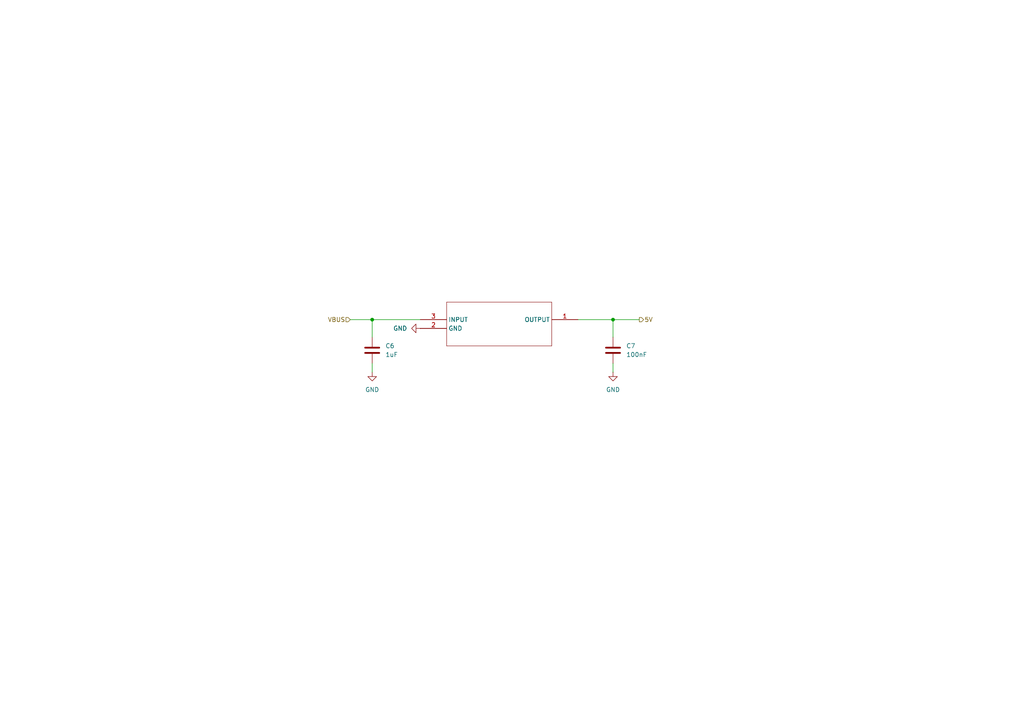
<source format=kicad_sch>
(kicad_sch (version 20231120) (generator "eeschema") (generator_version "8.0")
  (paper "A4")
  (lib_symbols
    (symbol "Device:C" (pin_numbers hide) (pin_names (offset 0.254))
      (property "Reference" "C" (at 0.635 2.54 0))
      (property "Value" "C" (at 0.635 -2.54 0))
      (symbol "C_0_1"
        (polyline (pts (xy -2.032 -0.762) (xy 2.032 -0.762)) (stroke (width 0.508)))
        (polyline (pts (xy -2.032 0.762) (xy 2.032 0.762)) (stroke (width 0.508)))
      )
      (symbol "C_1_1"
        (pin passive line (at 0 3.81 270) (length 2.794) (name "~") (number "1"))
        (pin passive line (at 0 -3.81 90) (length 2.794) (name "~") (number "2"))
      )
    )
    (symbol "VRM_:AS78L05RTR-E1"
      (symbol "AS78L05RTR-E1_1_0"
        (polyline (pts (xy 7.62 -7.62) (xy 38.1 -7.62)) (stroke (width 0.127)))
        (polyline (pts (xy 7.62 5.08) (xy 7.62 -7.62)) (stroke (width 0.127)))
        (polyline (pts (xy 38.1 -7.62) (xy 38.1 5.08)) (stroke (width 0.127)))
        (polyline (pts (xy 38.1 5.08) (xy 7.62 5.08)) (stroke (width 0.127)))
        (pin output line (at 0 0 0) (length 7.62) (name "OUTPUT") (number "1"))
        (pin power_in line (at 45.72 -2.54 180) (length 7.62) (name "GND") (number "2"))
        (pin input line (at 45.72 0 180) (length 7.62) (name "INPUT") (number "3"))
      )
    )
    (symbol "power:GND" (power) (pin_numbers hide) (pin_names (offset 0) hide)
      (property "Value" "GND" (at 0 -3.81 0))
      (symbol "GND_0_1"
        (polyline (pts (xy 0 0) (xy 0 -1.27) (xy 1.27 -1.27) (xy 0 -2.54) (xy -1.27 -1.27) (xy 0 -1.27)))
      )
      (symbol "GND_1_1"
        (pin power_in line (at 0 0 270) (length 0) (name "~") (number "1"))
      )
    )
  )
  (junction (at 177.8 92.71))
  (junction (at 107.95 92.71))
  (wire (pts (xy 167.64 92.71) (xy 177.8 92.71)))
  (wire (pts (xy 177.8 107.95) (xy 177.8 105.41)))
  (wire (pts (xy 177.8 92.71) (xy 185.42 92.71)))
  (wire (pts (xy 107.95 105.41) (xy 107.95 107.95)))
  (wire (pts (xy 177.8 92.71) (xy 177.8 97.79)))
  (wire (pts (xy 107.95 92.71) (xy 121.92 92.71)))
  (wire (pts (xy 107.95 92.71) (xy 107.95 97.79)))
  (wire (pts (xy 101.6 92.71) (xy 107.95 92.71)))
  (hierarchical_label "5V" (shape output) (at 185.42 92.71 0))
  (hierarchical_label "VBUS" (shape input) (at 101.6 92.71 180))
  (symbol (lib_id "Device:C") (at 177.8 101.6 0) (unit 1)
    (property "Reference" "C7" (at 181.61 100.3299 0) (effects (justify left)))
    (property "Value" "100nF" (at 181.61 102.8699 0) (effects (justify left)))
    (property "Footprint" "Capacitor_SMD:C_0603_1608Metric" (effects (hide yes)))
    (property "Description" "Unpolarized capacitor" (effects (hide yes)))
  )
  (symbol (lib_id "power:GND") (at 177.8 107.95 0) (unit 1)
    (property "Reference" "#PWR023" (effects (hide yes)))
    (property "Value" "GND" (at 177.8 113.03 0))
    (property "Description" "Power symbol creates a global label with name \"GND\" , ground" (effects (hide yes)))
  )
  (symbol (lib_id "power:GND") (at 121.92 95.25 270) (unit 1)
    (property "Reference" "#PWR020" (effects (hide yes)))
    (property "Value" "GND" (at 118.11 95.2499 90) (effects (justify right)))
    (property "Description" "Power symbol creates a global label with name \"GND\" , ground" (effects (hide yes)))
  )
  (symbol (lib_id "Device:C") (at 107.95 101.6 0) (unit 1)
    (property "Reference" "C6" (at 111.76 100.3299 0) (effects (justify left)))
    (property "Value" "1uF" (at 111.76 102.8699 0) (effects (justify left)))
    (property "Footprint" "Capacitor_SMD:C_0805_2012Metric" (effects (hide yes)))
    (property "Description" "Unpolarized capacitor" (effects (hide yes)))
  )
  (symbol (lib_id "VRM_:AS78L05RTR-E1") (at 167.64 92.71 0) (mirror y) (unit 1)
    (property "Reference" "U3" (effects (hide yes)))
    (property "Footprint" "Package_TO_SOT_SMD:SOT-89-3" (effects (hide yes)))
  )
  (symbol (lib_id "power:GND") (at 107.95 107.95 0) (unit 1)
    (property "Reference" "#PWR02" (effects (hide yes)))
    (property "Value" "GND" (at 107.95 113.03 0))
    (property "Description" "Power symbol creates a global label with name \"GND\" , ground" (effects (hide yes)))
  )
)
</source>
